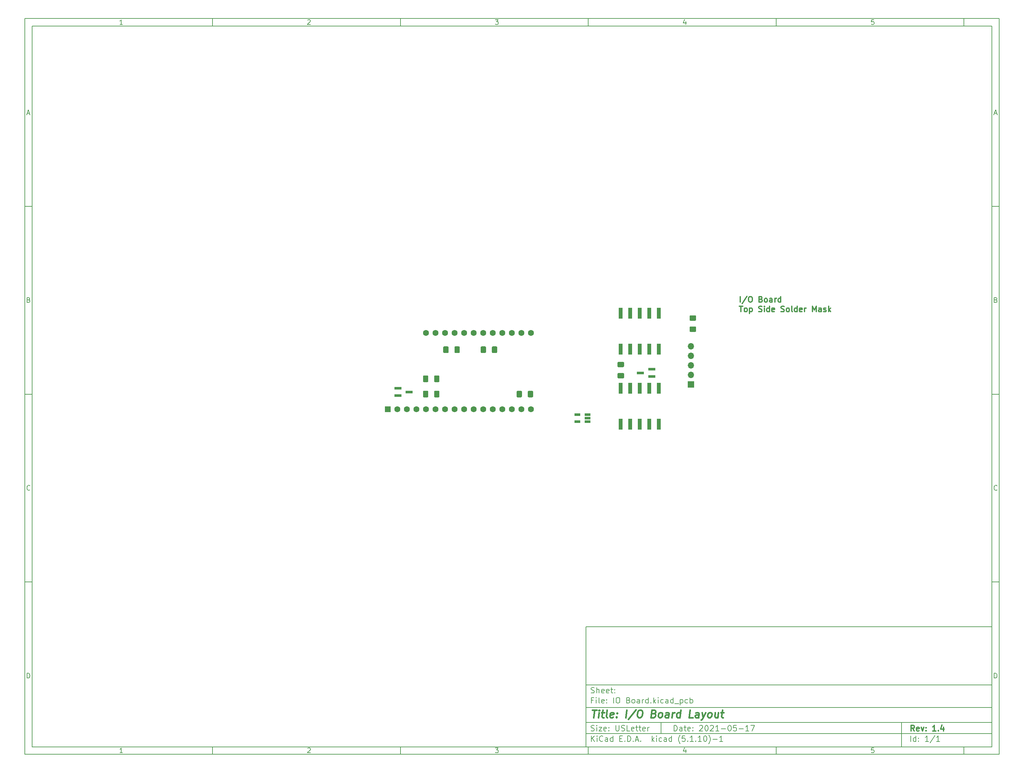
<source format=gbr>
G04 #@! TF.GenerationSoftware,KiCad,Pcbnew,(5.1.10)-1*
G04 #@! TF.CreationDate,2021-05-21T10:06:19-04:00*
G04 #@! TF.ProjectId,IO Board,494f2042-6f61-4726-942e-6b696361645f,1.4*
G04 #@! TF.SameCoordinates,Original*
G04 #@! TF.FileFunction,Soldermask,Top*
G04 #@! TF.FilePolarity,Negative*
%FSLAX46Y46*%
G04 Gerber Fmt 4.6, Leading zero omitted, Abs format (unit mm)*
G04 Created by KiCad (PCBNEW (5.1.10)-1) date 2021-05-21 10:06:19*
%MOMM*%
%LPD*%
G01*
G04 APERTURE LIST*
%ADD10C,0.100000*%
%ADD11C,0.150000*%
%ADD12C,0.300000*%
%ADD13C,0.400000*%
%ADD14C,1.600000*%
%ADD15R,1.600000X1.600000*%
%ADD16R,1.900000X0.800000*%
%ADD17R,1.700000X1.700000*%
%ADD18O,1.700000X1.700000*%
%ADD19R,1.000000X3.000000*%
%ADD20R,1.560000X0.650000*%
G04 APERTURE END LIST*
D10*
D11*
X159400000Y-171900000D02*
X159400000Y-203900000D01*
X267400000Y-203900000D01*
X267400000Y-171900000D01*
X159400000Y-171900000D01*
D10*
D11*
X10000000Y-10000000D02*
X10000000Y-205900000D01*
X269400000Y-205900000D01*
X269400000Y-10000000D01*
X10000000Y-10000000D01*
D10*
D11*
X12000000Y-12000000D02*
X12000000Y-203900000D01*
X267400000Y-203900000D01*
X267400000Y-12000000D01*
X12000000Y-12000000D01*
D10*
D11*
X60000000Y-12000000D02*
X60000000Y-10000000D01*
D10*
D11*
X110000000Y-12000000D02*
X110000000Y-10000000D01*
D10*
D11*
X160000000Y-12000000D02*
X160000000Y-10000000D01*
D10*
D11*
X210000000Y-12000000D02*
X210000000Y-10000000D01*
D10*
D11*
X260000000Y-12000000D02*
X260000000Y-10000000D01*
D10*
D11*
X36065476Y-11588095D02*
X35322619Y-11588095D01*
X35694047Y-11588095D02*
X35694047Y-10288095D01*
X35570238Y-10473809D01*
X35446428Y-10597619D01*
X35322619Y-10659523D01*
D10*
D11*
X85322619Y-10411904D02*
X85384523Y-10350000D01*
X85508333Y-10288095D01*
X85817857Y-10288095D01*
X85941666Y-10350000D01*
X86003571Y-10411904D01*
X86065476Y-10535714D01*
X86065476Y-10659523D01*
X86003571Y-10845238D01*
X85260714Y-11588095D01*
X86065476Y-11588095D01*
D10*
D11*
X135260714Y-10288095D02*
X136065476Y-10288095D01*
X135632142Y-10783333D01*
X135817857Y-10783333D01*
X135941666Y-10845238D01*
X136003571Y-10907142D01*
X136065476Y-11030952D01*
X136065476Y-11340476D01*
X136003571Y-11464285D01*
X135941666Y-11526190D01*
X135817857Y-11588095D01*
X135446428Y-11588095D01*
X135322619Y-11526190D01*
X135260714Y-11464285D01*
D10*
D11*
X185941666Y-10721428D02*
X185941666Y-11588095D01*
X185632142Y-10226190D02*
X185322619Y-11154761D01*
X186127380Y-11154761D01*
D10*
D11*
X236003571Y-10288095D02*
X235384523Y-10288095D01*
X235322619Y-10907142D01*
X235384523Y-10845238D01*
X235508333Y-10783333D01*
X235817857Y-10783333D01*
X235941666Y-10845238D01*
X236003571Y-10907142D01*
X236065476Y-11030952D01*
X236065476Y-11340476D01*
X236003571Y-11464285D01*
X235941666Y-11526190D01*
X235817857Y-11588095D01*
X235508333Y-11588095D01*
X235384523Y-11526190D01*
X235322619Y-11464285D01*
D10*
D11*
X60000000Y-203900000D02*
X60000000Y-205900000D01*
D10*
D11*
X110000000Y-203900000D02*
X110000000Y-205900000D01*
D10*
D11*
X160000000Y-203900000D02*
X160000000Y-205900000D01*
D10*
D11*
X210000000Y-203900000D02*
X210000000Y-205900000D01*
D10*
D11*
X260000000Y-203900000D02*
X260000000Y-205900000D01*
D10*
D11*
X36065476Y-205488095D02*
X35322619Y-205488095D01*
X35694047Y-205488095D02*
X35694047Y-204188095D01*
X35570238Y-204373809D01*
X35446428Y-204497619D01*
X35322619Y-204559523D01*
D10*
D11*
X85322619Y-204311904D02*
X85384523Y-204250000D01*
X85508333Y-204188095D01*
X85817857Y-204188095D01*
X85941666Y-204250000D01*
X86003571Y-204311904D01*
X86065476Y-204435714D01*
X86065476Y-204559523D01*
X86003571Y-204745238D01*
X85260714Y-205488095D01*
X86065476Y-205488095D01*
D10*
D11*
X135260714Y-204188095D02*
X136065476Y-204188095D01*
X135632142Y-204683333D01*
X135817857Y-204683333D01*
X135941666Y-204745238D01*
X136003571Y-204807142D01*
X136065476Y-204930952D01*
X136065476Y-205240476D01*
X136003571Y-205364285D01*
X135941666Y-205426190D01*
X135817857Y-205488095D01*
X135446428Y-205488095D01*
X135322619Y-205426190D01*
X135260714Y-205364285D01*
D10*
D11*
X185941666Y-204621428D02*
X185941666Y-205488095D01*
X185632142Y-204126190D02*
X185322619Y-205054761D01*
X186127380Y-205054761D01*
D10*
D11*
X236003571Y-204188095D02*
X235384523Y-204188095D01*
X235322619Y-204807142D01*
X235384523Y-204745238D01*
X235508333Y-204683333D01*
X235817857Y-204683333D01*
X235941666Y-204745238D01*
X236003571Y-204807142D01*
X236065476Y-204930952D01*
X236065476Y-205240476D01*
X236003571Y-205364285D01*
X235941666Y-205426190D01*
X235817857Y-205488095D01*
X235508333Y-205488095D01*
X235384523Y-205426190D01*
X235322619Y-205364285D01*
D10*
D11*
X10000000Y-60000000D02*
X12000000Y-60000000D01*
D10*
D11*
X10000000Y-110000000D02*
X12000000Y-110000000D01*
D10*
D11*
X10000000Y-160000000D02*
X12000000Y-160000000D01*
D10*
D11*
X10690476Y-35216666D02*
X11309523Y-35216666D01*
X10566666Y-35588095D02*
X11000000Y-34288095D01*
X11433333Y-35588095D01*
D10*
D11*
X11092857Y-84907142D02*
X11278571Y-84969047D01*
X11340476Y-85030952D01*
X11402380Y-85154761D01*
X11402380Y-85340476D01*
X11340476Y-85464285D01*
X11278571Y-85526190D01*
X11154761Y-85588095D01*
X10659523Y-85588095D01*
X10659523Y-84288095D01*
X11092857Y-84288095D01*
X11216666Y-84350000D01*
X11278571Y-84411904D01*
X11340476Y-84535714D01*
X11340476Y-84659523D01*
X11278571Y-84783333D01*
X11216666Y-84845238D01*
X11092857Y-84907142D01*
X10659523Y-84907142D01*
D10*
D11*
X11402380Y-135464285D02*
X11340476Y-135526190D01*
X11154761Y-135588095D01*
X11030952Y-135588095D01*
X10845238Y-135526190D01*
X10721428Y-135402380D01*
X10659523Y-135278571D01*
X10597619Y-135030952D01*
X10597619Y-134845238D01*
X10659523Y-134597619D01*
X10721428Y-134473809D01*
X10845238Y-134350000D01*
X11030952Y-134288095D01*
X11154761Y-134288095D01*
X11340476Y-134350000D01*
X11402380Y-134411904D01*
D10*
D11*
X10659523Y-185588095D02*
X10659523Y-184288095D01*
X10969047Y-184288095D01*
X11154761Y-184350000D01*
X11278571Y-184473809D01*
X11340476Y-184597619D01*
X11402380Y-184845238D01*
X11402380Y-185030952D01*
X11340476Y-185278571D01*
X11278571Y-185402380D01*
X11154761Y-185526190D01*
X10969047Y-185588095D01*
X10659523Y-185588095D01*
D10*
D11*
X269400000Y-60000000D02*
X267400000Y-60000000D01*
D10*
D11*
X269400000Y-110000000D02*
X267400000Y-110000000D01*
D10*
D11*
X269400000Y-160000000D02*
X267400000Y-160000000D01*
D10*
D11*
X268090476Y-35216666D02*
X268709523Y-35216666D01*
X267966666Y-35588095D02*
X268400000Y-34288095D01*
X268833333Y-35588095D01*
D10*
D11*
X268492857Y-84907142D02*
X268678571Y-84969047D01*
X268740476Y-85030952D01*
X268802380Y-85154761D01*
X268802380Y-85340476D01*
X268740476Y-85464285D01*
X268678571Y-85526190D01*
X268554761Y-85588095D01*
X268059523Y-85588095D01*
X268059523Y-84288095D01*
X268492857Y-84288095D01*
X268616666Y-84350000D01*
X268678571Y-84411904D01*
X268740476Y-84535714D01*
X268740476Y-84659523D01*
X268678571Y-84783333D01*
X268616666Y-84845238D01*
X268492857Y-84907142D01*
X268059523Y-84907142D01*
D10*
D11*
X268802380Y-135464285D02*
X268740476Y-135526190D01*
X268554761Y-135588095D01*
X268430952Y-135588095D01*
X268245238Y-135526190D01*
X268121428Y-135402380D01*
X268059523Y-135278571D01*
X267997619Y-135030952D01*
X267997619Y-134845238D01*
X268059523Y-134597619D01*
X268121428Y-134473809D01*
X268245238Y-134350000D01*
X268430952Y-134288095D01*
X268554761Y-134288095D01*
X268740476Y-134350000D01*
X268802380Y-134411904D01*
D10*
D11*
X268059523Y-185588095D02*
X268059523Y-184288095D01*
X268369047Y-184288095D01*
X268554761Y-184350000D01*
X268678571Y-184473809D01*
X268740476Y-184597619D01*
X268802380Y-184845238D01*
X268802380Y-185030952D01*
X268740476Y-185278571D01*
X268678571Y-185402380D01*
X268554761Y-185526190D01*
X268369047Y-185588095D01*
X268059523Y-185588095D01*
D10*
D11*
X182832142Y-199678571D02*
X182832142Y-198178571D01*
X183189285Y-198178571D01*
X183403571Y-198250000D01*
X183546428Y-198392857D01*
X183617857Y-198535714D01*
X183689285Y-198821428D01*
X183689285Y-199035714D01*
X183617857Y-199321428D01*
X183546428Y-199464285D01*
X183403571Y-199607142D01*
X183189285Y-199678571D01*
X182832142Y-199678571D01*
X184975000Y-199678571D02*
X184975000Y-198892857D01*
X184903571Y-198750000D01*
X184760714Y-198678571D01*
X184475000Y-198678571D01*
X184332142Y-198750000D01*
X184975000Y-199607142D02*
X184832142Y-199678571D01*
X184475000Y-199678571D01*
X184332142Y-199607142D01*
X184260714Y-199464285D01*
X184260714Y-199321428D01*
X184332142Y-199178571D01*
X184475000Y-199107142D01*
X184832142Y-199107142D01*
X184975000Y-199035714D01*
X185475000Y-198678571D02*
X186046428Y-198678571D01*
X185689285Y-198178571D02*
X185689285Y-199464285D01*
X185760714Y-199607142D01*
X185903571Y-199678571D01*
X186046428Y-199678571D01*
X187117857Y-199607142D02*
X186975000Y-199678571D01*
X186689285Y-199678571D01*
X186546428Y-199607142D01*
X186475000Y-199464285D01*
X186475000Y-198892857D01*
X186546428Y-198750000D01*
X186689285Y-198678571D01*
X186975000Y-198678571D01*
X187117857Y-198750000D01*
X187189285Y-198892857D01*
X187189285Y-199035714D01*
X186475000Y-199178571D01*
X187832142Y-199535714D02*
X187903571Y-199607142D01*
X187832142Y-199678571D01*
X187760714Y-199607142D01*
X187832142Y-199535714D01*
X187832142Y-199678571D01*
X187832142Y-198750000D02*
X187903571Y-198821428D01*
X187832142Y-198892857D01*
X187760714Y-198821428D01*
X187832142Y-198750000D01*
X187832142Y-198892857D01*
X189617857Y-198321428D02*
X189689285Y-198250000D01*
X189832142Y-198178571D01*
X190189285Y-198178571D01*
X190332142Y-198250000D01*
X190403571Y-198321428D01*
X190475000Y-198464285D01*
X190475000Y-198607142D01*
X190403571Y-198821428D01*
X189546428Y-199678571D01*
X190475000Y-199678571D01*
X191403571Y-198178571D02*
X191546428Y-198178571D01*
X191689285Y-198250000D01*
X191760714Y-198321428D01*
X191832142Y-198464285D01*
X191903571Y-198750000D01*
X191903571Y-199107142D01*
X191832142Y-199392857D01*
X191760714Y-199535714D01*
X191689285Y-199607142D01*
X191546428Y-199678571D01*
X191403571Y-199678571D01*
X191260714Y-199607142D01*
X191189285Y-199535714D01*
X191117857Y-199392857D01*
X191046428Y-199107142D01*
X191046428Y-198750000D01*
X191117857Y-198464285D01*
X191189285Y-198321428D01*
X191260714Y-198250000D01*
X191403571Y-198178571D01*
X192475000Y-198321428D02*
X192546428Y-198250000D01*
X192689285Y-198178571D01*
X193046428Y-198178571D01*
X193189285Y-198250000D01*
X193260714Y-198321428D01*
X193332142Y-198464285D01*
X193332142Y-198607142D01*
X193260714Y-198821428D01*
X192403571Y-199678571D01*
X193332142Y-199678571D01*
X194760714Y-199678571D02*
X193903571Y-199678571D01*
X194332142Y-199678571D02*
X194332142Y-198178571D01*
X194189285Y-198392857D01*
X194046428Y-198535714D01*
X193903571Y-198607142D01*
X195403571Y-199107142D02*
X196546428Y-199107142D01*
X197546428Y-198178571D02*
X197689285Y-198178571D01*
X197832142Y-198250000D01*
X197903571Y-198321428D01*
X197975000Y-198464285D01*
X198046428Y-198750000D01*
X198046428Y-199107142D01*
X197975000Y-199392857D01*
X197903571Y-199535714D01*
X197832142Y-199607142D01*
X197689285Y-199678571D01*
X197546428Y-199678571D01*
X197403571Y-199607142D01*
X197332142Y-199535714D01*
X197260714Y-199392857D01*
X197189285Y-199107142D01*
X197189285Y-198750000D01*
X197260714Y-198464285D01*
X197332142Y-198321428D01*
X197403571Y-198250000D01*
X197546428Y-198178571D01*
X199403571Y-198178571D02*
X198689285Y-198178571D01*
X198617857Y-198892857D01*
X198689285Y-198821428D01*
X198832142Y-198750000D01*
X199189285Y-198750000D01*
X199332142Y-198821428D01*
X199403571Y-198892857D01*
X199475000Y-199035714D01*
X199475000Y-199392857D01*
X199403571Y-199535714D01*
X199332142Y-199607142D01*
X199189285Y-199678571D01*
X198832142Y-199678571D01*
X198689285Y-199607142D01*
X198617857Y-199535714D01*
X200117857Y-199107142D02*
X201260714Y-199107142D01*
X202760714Y-199678571D02*
X201903571Y-199678571D01*
X202332142Y-199678571D02*
X202332142Y-198178571D01*
X202189285Y-198392857D01*
X202046428Y-198535714D01*
X201903571Y-198607142D01*
X203260714Y-198178571D02*
X204260714Y-198178571D01*
X203617857Y-199678571D01*
D10*
D11*
X159400000Y-200400000D02*
X267400000Y-200400000D01*
D10*
D11*
X160832142Y-202478571D02*
X160832142Y-200978571D01*
X161689285Y-202478571D02*
X161046428Y-201621428D01*
X161689285Y-200978571D02*
X160832142Y-201835714D01*
X162332142Y-202478571D02*
X162332142Y-201478571D01*
X162332142Y-200978571D02*
X162260714Y-201050000D01*
X162332142Y-201121428D01*
X162403571Y-201050000D01*
X162332142Y-200978571D01*
X162332142Y-201121428D01*
X163903571Y-202335714D02*
X163832142Y-202407142D01*
X163617857Y-202478571D01*
X163475000Y-202478571D01*
X163260714Y-202407142D01*
X163117857Y-202264285D01*
X163046428Y-202121428D01*
X162975000Y-201835714D01*
X162975000Y-201621428D01*
X163046428Y-201335714D01*
X163117857Y-201192857D01*
X163260714Y-201050000D01*
X163475000Y-200978571D01*
X163617857Y-200978571D01*
X163832142Y-201050000D01*
X163903571Y-201121428D01*
X165189285Y-202478571D02*
X165189285Y-201692857D01*
X165117857Y-201550000D01*
X164975000Y-201478571D01*
X164689285Y-201478571D01*
X164546428Y-201550000D01*
X165189285Y-202407142D02*
X165046428Y-202478571D01*
X164689285Y-202478571D01*
X164546428Y-202407142D01*
X164475000Y-202264285D01*
X164475000Y-202121428D01*
X164546428Y-201978571D01*
X164689285Y-201907142D01*
X165046428Y-201907142D01*
X165189285Y-201835714D01*
X166546428Y-202478571D02*
X166546428Y-200978571D01*
X166546428Y-202407142D02*
X166403571Y-202478571D01*
X166117857Y-202478571D01*
X165975000Y-202407142D01*
X165903571Y-202335714D01*
X165832142Y-202192857D01*
X165832142Y-201764285D01*
X165903571Y-201621428D01*
X165975000Y-201550000D01*
X166117857Y-201478571D01*
X166403571Y-201478571D01*
X166546428Y-201550000D01*
X168403571Y-201692857D02*
X168903571Y-201692857D01*
X169117857Y-202478571D02*
X168403571Y-202478571D01*
X168403571Y-200978571D01*
X169117857Y-200978571D01*
X169760714Y-202335714D02*
X169832142Y-202407142D01*
X169760714Y-202478571D01*
X169689285Y-202407142D01*
X169760714Y-202335714D01*
X169760714Y-202478571D01*
X170475000Y-202478571D02*
X170475000Y-200978571D01*
X170832142Y-200978571D01*
X171046428Y-201050000D01*
X171189285Y-201192857D01*
X171260714Y-201335714D01*
X171332142Y-201621428D01*
X171332142Y-201835714D01*
X171260714Y-202121428D01*
X171189285Y-202264285D01*
X171046428Y-202407142D01*
X170832142Y-202478571D01*
X170475000Y-202478571D01*
X171975000Y-202335714D02*
X172046428Y-202407142D01*
X171975000Y-202478571D01*
X171903571Y-202407142D01*
X171975000Y-202335714D01*
X171975000Y-202478571D01*
X172617857Y-202050000D02*
X173332142Y-202050000D01*
X172475000Y-202478571D02*
X172975000Y-200978571D01*
X173475000Y-202478571D01*
X173975000Y-202335714D02*
X174046428Y-202407142D01*
X173975000Y-202478571D01*
X173903571Y-202407142D01*
X173975000Y-202335714D01*
X173975000Y-202478571D01*
X176975000Y-202478571D02*
X176975000Y-200978571D01*
X177117857Y-201907142D02*
X177546428Y-202478571D01*
X177546428Y-201478571D02*
X176975000Y-202050000D01*
X178189285Y-202478571D02*
X178189285Y-201478571D01*
X178189285Y-200978571D02*
X178117857Y-201050000D01*
X178189285Y-201121428D01*
X178260714Y-201050000D01*
X178189285Y-200978571D01*
X178189285Y-201121428D01*
X179546428Y-202407142D02*
X179403571Y-202478571D01*
X179117857Y-202478571D01*
X178975000Y-202407142D01*
X178903571Y-202335714D01*
X178832142Y-202192857D01*
X178832142Y-201764285D01*
X178903571Y-201621428D01*
X178975000Y-201550000D01*
X179117857Y-201478571D01*
X179403571Y-201478571D01*
X179546428Y-201550000D01*
X180832142Y-202478571D02*
X180832142Y-201692857D01*
X180760714Y-201550000D01*
X180617857Y-201478571D01*
X180332142Y-201478571D01*
X180189285Y-201550000D01*
X180832142Y-202407142D02*
X180689285Y-202478571D01*
X180332142Y-202478571D01*
X180189285Y-202407142D01*
X180117857Y-202264285D01*
X180117857Y-202121428D01*
X180189285Y-201978571D01*
X180332142Y-201907142D01*
X180689285Y-201907142D01*
X180832142Y-201835714D01*
X182189285Y-202478571D02*
X182189285Y-200978571D01*
X182189285Y-202407142D02*
X182046428Y-202478571D01*
X181760714Y-202478571D01*
X181617857Y-202407142D01*
X181546428Y-202335714D01*
X181475000Y-202192857D01*
X181475000Y-201764285D01*
X181546428Y-201621428D01*
X181617857Y-201550000D01*
X181760714Y-201478571D01*
X182046428Y-201478571D01*
X182189285Y-201550000D01*
X184475000Y-203050000D02*
X184403571Y-202978571D01*
X184260714Y-202764285D01*
X184189285Y-202621428D01*
X184117857Y-202407142D01*
X184046428Y-202050000D01*
X184046428Y-201764285D01*
X184117857Y-201407142D01*
X184189285Y-201192857D01*
X184260714Y-201050000D01*
X184403571Y-200835714D01*
X184475000Y-200764285D01*
X185760714Y-200978571D02*
X185046428Y-200978571D01*
X184975000Y-201692857D01*
X185046428Y-201621428D01*
X185189285Y-201550000D01*
X185546428Y-201550000D01*
X185689285Y-201621428D01*
X185760714Y-201692857D01*
X185832142Y-201835714D01*
X185832142Y-202192857D01*
X185760714Y-202335714D01*
X185689285Y-202407142D01*
X185546428Y-202478571D01*
X185189285Y-202478571D01*
X185046428Y-202407142D01*
X184975000Y-202335714D01*
X186475000Y-202335714D02*
X186546428Y-202407142D01*
X186475000Y-202478571D01*
X186403571Y-202407142D01*
X186475000Y-202335714D01*
X186475000Y-202478571D01*
X187975000Y-202478571D02*
X187117857Y-202478571D01*
X187546428Y-202478571D02*
X187546428Y-200978571D01*
X187403571Y-201192857D01*
X187260714Y-201335714D01*
X187117857Y-201407142D01*
X188617857Y-202335714D02*
X188689285Y-202407142D01*
X188617857Y-202478571D01*
X188546428Y-202407142D01*
X188617857Y-202335714D01*
X188617857Y-202478571D01*
X190117857Y-202478571D02*
X189260714Y-202478571D01*
X189689285Y-202478571D02*
X189689285Y-200978571D01*
X189546428Y-201192857D01*
X189403571Y-201335714D01*
X189260714Y-201407142D01*
X191046428Y-200978571D02*
X191189285Y-200978571D01*
X191332142Y-201050000D01*
X191403571Y-201121428D01*
X191475000Y-201264285D01*
X191546428Y-201550000D01*
X191546428Y-201907142D01*
X191475000Y-202192857D01*
X191403571Y-202335714D01*
X191332142Y-202407142D01*
X191189285Y-202478571D01*
X191046428Y-202478571D01*
X190903571Y-202407142D01*
X190832142Y-202335714D01*
X190760714Y-202192857D01*
X190689285Y-201907142D01*
X190689285Y-201550000D01*
X190760714Y-201264285D01*
X190832142Y-201121428D01*
X190903571Y-201050000D01*
X191046428Y-200978571D01*
X192046428Y-203050000D02*
X192117857Y-202978571D01*
X192260714Y-202764285D01*
X192332142Y-202621428D01*
X192403571Y-202407142D01*
X192475000Y-202050000D01*
X192475000Y-201764285D01*
X192403571Y-201407142D01*
X192332142Y-201192857D01*
X192260714Y-201050000D01*
X192117857Y-200835714D01*
X192046428Y-200764285D01*
X193189285Y-201907142D02*
X194332142Y-201907142D01*
X195832142Y-202478571D02*
X194975000Y-202478571D01*
X195403571Y-202478571D02*
X195403571Y-200978571D01*
X195260714Y-201192857D01*
X195117857Y-201335714D01*
X194975000Y-201407142D01*
D10*
D11*
X159400000Y-197400000D02*
X267400000Y-197400000D01*
D10*
D12*
X246809285Y-199678571D02*
X246309285Y-198964285D01*
X245952142Y-199678571D02*
X245952142Y-198178571D01*
X246523571Y-198178571D01*
X246666428Y-198250000D01*
X246737857Y-198321428D01*
X246809285Y-198464285D01*
X246809285Y-198678571D01*
X246737857Y-198821428D01*
X246666428Y-198892857D01*
X246523571Y-198964285D01*
X245952142Y-198964285D01*
X248023571Y-199607142D02*
X247880714Y-199678571D01*
X247595000Y-199678571D01*
X247452142Y-199607142D01*
X247380714Y-199464285D01*
X247380714Y-198892857D01*
X247452142Y-198750000D01*
X247595000Y-198678571D01*
X247880714Y-198678571D01*
X248023571Y-198750000D01*
X248095000Y-198892857D01*
X248095000Y-199035714D01*
X247380714Y-199178571D01*
X248595000Y-198678571D02*
X248952142Y-199678571D01*
X249309285Y-198678571D01*
X249880714Y-199535714D02*
X249952142Y-199607142D01*
X249880714Y-199678571D01*
X249809285Y-199607142D01*
X249880714Y-199535714D01*
X249880714Y-199678571D01*
X249880714Y-198750000D02*
X249952142Y-198821428D01*
X249880714Y-198892857D01*
X249809285Y-198821428D01*
X249880714Y-198750000D01*
X249880714Y-198892857D01*
X252523571Y-199678571D02*
X251666428Y-199678571D01*
X252095000Y-199678571D02*
X252095000Y-198178571D01*
X251952142Y-198392857D01*
X251809285Y-198535714D01*
X251666428Y-198607142D01*
X253166428Y-199535714D02*
X253237857Y-199607142D01*
X253166428Y-199678571D01*
X253095000Y-199607142D01*
X253166428Y-199535714D01*
X253166428Y-199678571D01*
X254523571Y-198678571D02*
X254523571Y-199678571D01*
X254166428Y-198107142D02*
X253809285Y-199178571D01*
X254737857Y-199178571D01*
D10*
D11*
X160760714Y-199607142D02*
X160975000Y-199678571D01*
X161332142Y-199678571D01*
X161475000Y-199607142D01*
X161546428Y-199535714D01*
X161617857Y-199392857D01*
X161617857Y-199250000D01*
X161546428Y-199107142D01*
X161475000Y-199035714D01*
X161332142Y-198964285D01*
X161046428Y-198892857D01*
X160903571Y-198821428D01*
X160832142Y-198750000D01*
X160760714Y-198607142D01*
X160760714Y-198464285D01*
X160832142Y-198321428D01*
X160903571Y-198250000D01*
X161046428Y-198178571D01*
X161403571Y-198178571D01*
X161617857Y-198250000D01*
X162260714Y-199678571D02*
X162260714Y-198678571D01*
X162260714Y-198178571D02*
X162189285Y-198250000D01*
X162260714Y-198321428D01*
X162332142Y-198250000D01*
X162260714Y-198178571D01*
X162260714Y-198321428D01*
X162832142Y-198678571D02*
X163617857Y-198678571D01*
X162832142Y-199678571D01*
X163617857Y-199678571D01*
X164760714Y-199607142D02*
X164617857Y-199678571D01*
X164332142Y-199678571D01*
X164189285Y-199607142D01*
X164117857Y-199464285D01*
X164117857Y-198892857D01*
X164189285Y-198750000D01*
X164332142Y-198678571D01*
X164617857Y-198678571D01*
X164760714Y-198750000D01*
X164832142Y-198892857D01*
X164832142Y-199035714D01*
X164117857Y-199178571D01*
X165475000Y-199535714D02*
X165546428Y-199607142D01*
X165475000Y-199678571D01*
X165403571Y-199607142D01*
X165475000Y-199535714D01*
X165475000Y-199678571D01*
X165475000Y-198750000D02*
X165546428Y-198821428D01*
X165475000Y-198892857D01*
X165403571Y-198821428D01*
X165475000Y-198750000D01*
X165475000Y-198892857D01*
X167332142Y-198178571D02*
X167332142Y-199392857D01*
X167403571Y-199535714D01*
X167475000Y-199607142D01*
X167617857Y-199678571D01*
X167903571Y-199678571D01*
X168046428Y-199607142D01*
X168117857Y-199535714D01*
X168189285Y-199392857D01*
X168189285Y-198178571D01*
X168832142Y-199607142D02*
X169046428Y-199678571D01*
X169403571Y-199678571D01*
X169546428Y-199607142D01*
X169617857Y-199535714D01*
X169689285Y-199392857D01*
X169689285Y-199250000D01*
X169617857Y-199107142D01*
X169546428Y-199035714D01*
X169403571Y-198964285D01*
X169117857Y-198892857D01*
X168975000Y-198821428D01*
X168903571Y-198750000D01*
X168832142Y-198607142D01*
X168832142Y-198464285D01*
X168903571Y-198321428D01*
X168975000Y-198250000D01*
X169117857Y-198178571D01*
X169475000Y-198178571D01*
X169689285Y-198250000D01*
X171046428Y-199678571D02*
X170332142Y-199678571D01*
X170332142Y-198178571D01*
X172117857Y-199607142D02*
X171975000Y-199678571D01*
X171689285Y-199678571D01*
X171546428Y-199607142D01*
X171475000Y-199464285D01*
X171475000Y-198892857D01*
X171546428Y-198750000D01*
X171689285Y-198678571D01*
X171975000Y-198678571D01*
X172117857Y-198750000D01*
X172189285Y-198892857D01*
X172189285Y-199035714D01*
X171475000Y-199178571D01*
X172617857Y-198678571D02*
X173189285Y-198678571D01*
X172832142Y-198178571D02*
X172832142Y-199464285D01*
X172903571Y-199607142D01*
X173046428Y-199678571D01*
X173189285Y-199678571D01*
X173475000Y-198678571D02*
X174046428Y-198678571D01*
X173689285Y-198178571D02*
X173689285Y-199464285D01*
X173760714Y-199607142D01*
X173903571Y-199678571D01*
X174046428Y-199678571D01*
X175117857Y-199607142D02*
X174975000Y-199678571D01*
X174689285Y-199678571D01*
X174546428Y-199607142D01*
X174475000Y-199464285D01*
X174475000Y-198892857D01*
X174546428Y-198750000D01*
X174689285Y-198678571D01*
X174975000Y-198678571D01*
X175117857Y-198750000D01*
X175189285Y-198892857D01*
X175189285Y-199035714D01*
X174475000Y-199178571D01*
X175832142Y-199678571D02*
X175832142Y-198678571D01*
X175832142Y-198964285D02*
X175903571Y-198821428D01*
X175975000Y-198750000D01*
X176117857Y-198678571D01*
X176260714Y-198678571D01*
D10*
D11*
X245832142Y-202478571D02*
X245832142Y-200978571D01*
X247189285Y-202478571D02*
X247189285Y-200978571D01*
X247189285Y-202407142D02*
X247046428Y-202478571D01*
X246760714Y-202478571D01*
X246617857Y-202407142D01*
X246546428Y-202335714D01*
X246475000Y-202192857D01*
X246475000Y-201764285D01*
X246546428Y-201621428D01*
X246617857Y-201550000D01*
X246760714Y-201478571D01*
X247046428Y-201478571D01*
X247189285Y-201550000D01*
X247903571Y-202335714D02*
X247975000Y-202407142D01*
X247903571Y-202478571D01*
X247832142Y-202407142D01*
X247903571Y-202335714D01*
X247903571Y-202478571D01*
X247903571Y-201550000D02*
X247975000Y-201621428D01*
X247903571Y-201692857D01*
X247832142Y-201621428D01*
X247903571Y-201550000D01*
X247903571Y-201692857D01*
X250546428Y-202478571D02*
X249689285Y-202478571D01*
X250117857Y-202478571D02*
X250117857Y-200978571D01*
X249975000Y-201192857D01*
X249832142Y-201335714D01*
X249689285Y-201407142D01*
X252260714Y-200907142D02*
X250975000Y-202835714D01*
X253546428Y-202478571D02*
X252689285Y-202478571D01*
X253117857Y-202478571D02*
X253117857Y-200978571D01*
X252975000Y-201192857D01*
X252832142Y-201335714D01*
X252689285Y-201407142D01*
D10*
D11*
X159400000Y-193400000D02*
X267400000Y-193400000D01*
D10*
D13*
X161112380Y-194104761D02*
X162255238Y-194104761D01*
X161433809Y-196104761D02*
X161683809Y-194104761D01*
X162671904Y-196104761D02*
X162838571Y-194771428D01*
X162921904Y-194104761D02*
X162814761Y-194200000D01*
X162898095Y-194295238D01*
X163005238Y-194200000D01*
X162921904Y-194104761D01*
X162898095Y-194295238D01*
X163505238Y-194771428D02*
X164267142Y-194771428D01*
X163874285Y-194104761D02*
X163660000Y-195819047D01*
X163731428Y-196009523D01*
X163910000Y-196104761D01*
X164100476Y-196104761D01*
X165052857Y-196104761D02*
X164874285Y-196009523D01*
X164802857Y-195819047D01*
X165017142Y-194104761D01*
X166588571Y-196009523D02*
X166386190Y-196104761D01*
X166005238Y-196104761D01*
X165826666Y-196009523D01*
X165755238Y-195819047D01*
X165850476Y-195057142D01*
X165969523Y-194866666D01*
X166171904Y-194771428D01*
X166552857Y-194771428D01*
X166731428Y-194866666D01*
X166802857Y-195057142D01*
X166779047Y-195247619D01*
X165802857Y-195438095D01*
X167552857Y-195914285D02*
X167636190Y-196009523D01*
X167529047Y-196104761D01*
X167445714Y-196009523D01*
X167552857Y-195914285D01*
X167529047Y-196104761D01*
X167683809Y-194866666D02*
X167767142Y-194961904D01*
X167660000Y-195057142D01*
X167576666Y-194961904D01*
X167683809Y-194866666D01*
X167660000Y-195057142D01*
X170005238Y-196104761D02*
X170255238Y-194104761D01*
X172648095Y-194009523D02*
X170612380Y-196580952D01*
X173683809Y-194104761D02*
X174064761Y-194104761D01*
X174243333Y-194200000D01*
X174410000Y-194390476D01*
X174457619Y-194771428D01*
X174374285Y-195438095D01*
X174231428Y-195819047D01*
X174017142Y-196009523D01*
X173814761Y-196104761D01*
X173433809Y-196104761D01*
X173255238Y-196009523D01*
X173088571Y-195819047D01*
X173040952Y-195438095D01*
X173124285Y-194771428D01*
X173267142Y-194390476D01*
X173481428Y-194200000D01*
X173683809Y-194104761D01*
X177469523Y-195057142D02*
X177743333Y-195152380D01*
X177826666Y-195247619D01*
X177898095Y-195438095D01*
X177862380Y-195723809D01*
X177743333Y-195914285D01*
X177636190Y-196009523D01*
X177433809Y-196104761D01*
X176671904Y-196104761D01*
X176921904Y-194104761D01*
X177588571Y-194104761D01*
X177767142Y-194200000D01*
X177850476Y-194295238D01*
X177921904Y-194485714D01*
X177898095Y-194676190D01*
X177779047Y-194866666D01*
X177671904Y-194961904D01*
X177469523Y-195057142D01*
X176802857Y-195057142D01*
X178957619Y-196104761D02*
X178779047Y-196009523D01*
X178695714Y-195914285D01*
X178624285Y-195723809D01*
X178695714Y-195152380D01*
X178814761Y-194961904D01*
X178921904Y-194866666D01*
X179124285Y-194771428D01*
X179410000Y-194771428D01*
X179588571Y-194866666D01*
X179671904Y-194961904D01*
X179743333Y-195152380D01*
X179671904Y-195723809D01*
X179552857Y-195914285D01*
X179445714Y-196009523D01*
X179243333Y-196104761D01*
X178957619Y-196104761D01*
X181338571Y-196104761D02*
X181469523Y-195057142D01*
X181398095Y-194866666D01*
X181219523Y-194771428D01*
X180838571Y-194771428D01*
X180636190Y-194866666D01*
X181350476Y-196009523D02*
X181148095Y-196104761D01*
X180671904Y-196104761D01*
X180493333Y-196009523D01*
X180421904Y-195819047D01*
X180445714Y-195628571D01*
X180564761Y-195438095D01*
X180767142Y-195342857D01*
X181243333Y-195342857D01*
X181445714Y-195247619D01*
X182290952Y-196104761D02*
X182457619Y-194771428D01*
X182410000Y-195152380D02*
X182529047Y-194961904D01*
X182636190Y-194866666D01*
X182838571Y-194771428D01*
X183029047Y-194771428D01*
X184386190Y-196104761D02*
X184636190Y-194104761D01*
X184398095Y-196009523D02*
X184195714Y-196104761D01*
X183814761Y-196104761D01*
X183636190Y-196009523D01*
X183552857Y-195914285D01*
X183481428Y-195723809D01*
X183552857Y-195152380D01*
X183671904Y-194961904D01*
X183779047Y-194866666D01*
X183981428Y-194771428D01*
X184362380Y-194771428D01*
X184540952Y-194866666D01*
X187814761Y-196104761D02*
X186862380Y-196104761D01*
X187112380Y-194104761D01*
X189338571Y-196104761D02*
X189469523Y-195057142D01*
X189398095Y-194866666D01*
X189219523Y-194771428D01*
X188838571Y-194771428D01*
X188636190Y-194866666D01*
X189350476Y-196009523D02*
X189148095Y-196104761D01*
X188671904Y-196104761D01*
X188493333Y-196009523D01*
X188421904Y-195819047D01*
X188445714Y-195628571D01*
X188564761Y-195438095D01*
X188767142Y-195342857D01*
X189243333Y-195342857D01*
X189445714Y-195247619D01*
X190267142Y-194771428D02*
X190576666Y-196104761D01*
X191219523Y-194771428D02*
X190576666Y-196104761D01*
X190326666Y-196580952D01*
X190219523Y-196676190D01*
X190017142Y-196771428D01*
X192100476Y-196104761D02*
X191921904Y-196009523D01*
X191838571Y-195914285D01*
X191767142Y-195723809D01*
X191838571Y-195152380D01*
X191957619Y-194961904D01*
X192064761Y-194866666D01*
X192267142Y-194771428D01*
X192552857Y-194771428D01*
X192731428Y-194866666D01*
X192814761Y-194961904D01*
X192886190Y-195152380D01*
X192814761Y-195723809D01*
X192695714Y-195914285D01*
X192588571Y-196009523D01*
X192386190Y-196104761D01*
X192100476Y-196104761D01*
X194648095Y-194771428D02*
X194481428Y-196104761D01*
X193790952Y-194771428D02*
X193660000Y-195819047D01*
X193731428Y-196009523D01*
X193910000Y-196104761D01*
X194195714Y-196104761D01*
X194398095Y-196009523D01*
X194505238Y-195914285D01*
X195314761Y-194771428D02*
X196076666Y-194771428D01*
X195683809Y-194104761D02*
X195469523Y-195819047D01*
X195540952Y-196009523D01*
X195719523Y-196104761D01*
X195910000Y-196104761D01*
D10*
D11*
X161332142Y-191492857D02*
X160832142Y-191492857D01*
X160832142Y-192278571D02*
X160832142Y-190778571D01*
X161546428Y-190778571D01*
X162117857Y-192278571D02*
X162117857Y-191278571D01*
X162117857Y-190778571D02*
X162046428Y-190850000D01*
X162117857Y-190921428D01*
X162189285Y-190850000D01*
X162117857Y-190778571D01*
X162117857Y-190921428D01*
X163046428Y-192278571D02*
X162903571Y-192207142D01*
X162832142Y-192064285D01*
X162832142Y-190778571D01*
X164189285Y-192207142D02*
X164046428Y-192278571D01*
X163760714Y-192278571D01*
X163617857Y-192207142D01*
X163546428Y-192064285D01*
X163546428Y-191492857D01*
X163617857Y-191350000D01*
X163760714Y-191278571D01*
X164046428Y-191278571D01*
X164189285Y-191350000D01*
X164260714Y-191492857D01*
X164260714Y-191635714D01*
X163546428Y-191778571D01*
X164903571Y-192135714D02*
X164975000Y-192207142D01*
X164903571Y-192278571D01*
X164832142Y-192207142D01*
X164903571Y-192135714D01*
X164903571Y-192278571D01*
X164903571Y-191350000D02*
X164975000Y-191421428D01*
X164903571Y-191492857D01*
X164832142Y-191421428D01*
X164903571Y-191350000D01*
X164903571Y-191492857D01*
X166760714Y-192278571D02*
X166760714Y-190778571D01*
X167760714Y-190778571D02*
X168046428Y-190778571D01*
X168189285Y-190850000D01*
X168332142Y-190992857D01*
X168403571Y-191278571D01*
X168403571Y-191778571D01*
X168332142Y-192064285D01*
X168189285Y-192207142D01*
X168046428Y-192278571D01*
X167760714Y-192278571D01*
X167617857Y-192207142D01*
X167475000Y-192064285D01*
X167403571Y-191778571D01*
X167403571Y-191278571D01*
X167475000Y-190992857D01*
X167617857Y-190850000D01*
X167760714Y-190778571D01*
X170689285Y-191492857D02*
X170903571Y-191564285D01*
X170975000Y-191635714D01*
X171046428Y-191778571D01*
X171046428Y-191992857D01*
X170975000Y-192135714D01*
X170903571Y-192207142D01*
X170760714Y-192278571D01*
X170189285Y-192278571D01*
X170189285Y-190778571D01*
X170689285Y-190778571D01*
X170832142Y-190850000D01*
X170903571Y-190921428D01*
X170975000Y-191064285D01*
X170975000Y-191207142D01*
X170903571Y-191350000D01*
X170832142Y-191421428D01*
X170689285Y-191492857D01*
X170189285Y-191492857D01*
X171903571Y-192278571D02*
X171760714Y-192207142D01*
X171689285Y-192135714D01*
X171617857Y-191992857D01*
X171617857Y-191564285D01*
X171689285Y-191421428D01*
X171760714Y-191350000D01*
X171903571Y-191278571D01*
X172117857Y-191278571D01*
X172260714Y-191350000D01*
X172332142Y-191421428D01*
X172403571Y-191564285D01*
X172403571Y-191992857D01*
X172332142Y-192135714D01*
X172260714Y-192207142D01*
X172117857Y-192278571D01*
X171903571Y-192278571D01*
X173689285Y-192278571D02*
X173689285Y-191492857D01*
X173617857Y-191350000D01*
X173475000Y-191278571D01*
X173189285Y-191278571D01*
X173046428Y-191350000D01*
X173689285Y-192207142D02*
X173546428Y-192278571D01*
X173189285Y-192278571D01*
X173046428Y-192207142D01*
X172975000Y-192064285D01*
X172975000Y-191921428D01*
X173046428Y-191778571D01*
X173189285Y-191707142D01*
X173546428Y-191707142D01*
X173689285Y-191635714D01*
X174403571Y-192278571D02*
X174403571Y-191278571D01*
X174403571Y-191564285D02*
X174475000Y-191421428D01*
X174546428Y-191350000D01*
X174689285Y-191278571D01*
X174832142Y-191278571D01*
X175975000Y-192278571D02*
X175975000Y-190778571D01*
X175975000Y-192207142D02*
X175832142Y-192278571D01*
X175546428Y-192278571D01*
X175403571Y-192207142D01*
X175332142Y-192135714D01*
X175260714Y-191992857D01*
X175260714Y-191564285D01*
X175332142Y-191421428D01*
X175403571Y-191350000D01*
X175546428Y-191278571D01*
X175832142Y-191278571D01*
X175975000Y-191350000D01*
X176689285Y-192135714D02*
X176760714Y-192207142D01*
X176689285Y-192278571D01*
X176617857Y-192207142D01*
X176689285Y-192135714D01*
X176689285Y-192278571D01*
X177403571Y-192278571D02*
X177403571Y-190778571D01*
X177546428Y-191707142D02*
X177975000Y-192278571D01*
X177975000Y-191278571D02*
X177403571Y-191850000D01*
X178617857Y-192278571D02*
X178617857Y-191278571D01*
X178617857Y-190778571D02*
X178546428Y-190850000D01*
X178617857Y-190921428D01*
X178689285Y-190850000D01*
X178617857Y-190778571D01*
X178617857Y-190921428D01*
X179975000Y-192207142D02*
X179832142Y-192278571D01*
X179546428Y-192278571D01*
X179403571Y-192207142D01*
X179332142Y-192135714D01*
X179260714Y-191992857D01*
X179260714Y-191564285D01*
X179332142Y-191421428D01*
X179403571Y-191350000D01*
X179546428Y-191278571D01*
X179832142Y-191278571D01*
X179975000Y-191350000D01*
X181260714Y-192278571D02*
X181260714Y-191492857D01*
X181189285Y-191350000D01*
X181046428Y-191278571D01*
X180760714Y-191278571D01*
X180617857Y-191350000D01*
X181260714Y-192207142D02*
X181117857Y-192278571D01*
X180760714Y-192278571D01*
X180617857Y-192207142D01*
X180546428Y-192064285D01*
X180546428Y-191921428D01*
X180617857Y-191778571D01*
X180760714Y-191707142D01*
X181117857Y-191707142D01*
X181260714Y-191635714D01*
X182617857Y-192278571D02*
X182617857Y-190778571D01*
X182617857Y-192207142D02*
X182475000Y-192278571D01*
X182189285Y-192278571D01*
X182046428Y-192207142D01*
X181975000Y-192135714D01*
X181903571Y-191992857D01*
X181903571Y-191564285D01*
X181975000Y-191421428D01*
X182046428Y-191350000D01*
X182189285Y-191278571D01*
X182475000Y-191278571D01*
X182617857Y-191350000D01*
X182975000Y-192421428D02*
X184117857Y-192421428D01*
X184475000Y-191278571D02*
X184475000Y-192778571D01*
X184475000Y-191350000D02*
X184617857Y-191278571D01*
X184903571Y-191278571D01*
X185046428Y-191350000D01*
X185117857Y-191421428D01*
X185189285Y-191564285D01*
X185189285Y-191992857D01*
X185117857Y-192135714D01*
X185046428Y-192207142D01*
X184903571Y-192278571D01*
X184617857Y-192278571D01*
X184475000Y-192207142D01*
X186475000Y-192207142D02*
X186332142Y-192278571D01*
X186046428Y-192278571D01*
X185903571Y-192207142D01*
X185832142Y-192135714D01*
X185760714Y-191992857D01*
X185760714Y-191564285D01*
X185832142Y-191421428D01*
X185903571Y-191350000D01*
X186046428Y-191278571D01*
X186332142Y-191278571D01*
X186475000Y-191350000D01*
X187117857Y-192278571D02*
X187117857Y-190778571D01*
X187117857Y-191350000D02*
X187260714Y-191278571D01*
X187546428Y-191278571D01*
X187689285Y-191350000D01*
X187760714Y-191421428D01*
X187832142Y-191564285D01*
X187832142Y-191992857D01*
X187760714Y-192135714D01*
X187689285Y-192207142D01*
X187546428Y-192278571D01*
X187260714Y-192278571D01*
X187117857Y-192207142D01*
D10*
D11*
X159400000Y-187400000D02*
X267400000Y-187400000D01*
D10*
D11*
X160760714Y-189507142D02*
X160975000Y-189578571D01*
X161332142Y-189578571D01*
X161475000Y-189507142D01*
X161546428Y-189435714D01*
X161617857Y-189292857D01*
X161617857Y-189150000D01*
X161546428Y-189007142D01*
X161475000Y-188935714D01*
X161332142Y-188864285D01*
X161046428Y-188792857D01*
X160903571Y-188721428D01*
X160832142Y-188650000D01*
X160760714Y-188507142D01*
X160760714Y-188364285D01*
X160832142Y-188221428D01*
X160903571Y-188150000D01*
X161046428Y-188078571D01*
X161403571Y-188078571D01*
X161617857Y-188150000D01*
X162260714Y-189578571D02*
X162260714Y-188078571D01*
X162903571Y-189578571D02*
X162903571Y-188792857D01*
X162832142Y-188650000D01*
X162689285Y-188578571D01*
X162475000Y-188578571D01*
X162332142Y-188650000D01*
X162260714Y-188721428D01*
X164189285Y-189507142D02*
X164046428Y-189578571D01*
X163760714Y-189578571D01*
X163617857Y-189507142D01*
X163546428Y-189364285D01*
X163546428Y-188792857D01*
X163617857Y-188650000D01*
X163760714Y-188578571D01*
X164046428Y-188578571D01*
X164189285Y-188650000D01*
X164260714Y-188792857D01*
X164260714Y-188935714D01*
X163546428Y-189078571D01*
X165475000Y-189507142D02*
X165332142Y-189578571D01*
X165046428Y-189578571D01*
X164903571Y-189507142D01*
X164832142Y-189364285D01*
X164832142Y-188792857D01*
X164903571Y-188650000D01*
X165046428Y-188578571D01*
X165332142Y-188578571D01*
X165475000Y-188650000D01*
X165546428Y-188792857D01*
X165546428Y-188935714D01*
X164832142Y-189078571D01*
X165975000Y-188578571D02*
X166546428Y-188578571D01*
X166189285Y-188078571D02*
X166189285Y-189364285D01*
X166260714Y-189507142D01*
X166403571Y-189578571D01*
X166546428Y-189578571D01*
X167046428Y-189435714D02*
X167117857Y-189507142D01*
X167046428Y-189578571D01*
X166975000Y-189507142D01*
X167046428Y-189435714D01*
X167046428Y-189578571D01*
X167046428Y-188650000D02*
X167117857Y-188721428D01*
X167046428Y-188792857D01*
X166975000Y-188721428D01*
X167046428Y-188650000D01*
X167046428Y-188792857D01*
D10*
D11*
X179400000Y-197400000D02*
X179400000Y-200400000D01*
D10*
D11*
X243400000Y-197400000D02*
X243400000Y-203900000D01*
D12*
X200450142Y-85509571D02*
X200450142Y-84009571D01*
X202235857Y-83938142D02*
X200950142Y-85866714D01*
X203021571Y-84009571D02*
X203307285Y-84009571D01*
X203450142Y-84081000D01*
X203593000Y-84223857D01*
X203664428Y-84509571D01*
X203664428Y-85009571D01*
X203593000Y-85295285D01*
X203450142Y-85438142D01*
X203307285Y-85509571D01*
X203021571Y-85509571D01*
X202878714Y-85438142D01*
X202735857Y-85295285D01*
X202664428Y-85009571D01*
X202664428Y-84509571D01*
X202735857Y-84223857D01*
X202878714Y-84081000D01*
X203021571Y-84009571D01*
X205950142Y-84723857D02*
X206164428Y-84795285D01*
X206235857Y-84866714D01*
X206307285Y-85009571D01*
X206307285Y-85223857D01*
X206235857Y-85366714D01*
X206164428Y-85438142D01*
X206021571Y-85509571D01*
X205450142Y-85509571D01*
X205450142Y-84009571D01*
X205950142Y-84009571D01*
X206093000Y-84081000D01*
X206164428Y-84152428D01*
X206235857Y-84295285D01*
X206235857Y-84438142D01*
X206164428Y-84581000D01*
X206093000Y-84652428D01*
X205950142Y-84723857D01*
X205450142Y-84723857D01*
X207164428Y-85509571D02*
X207021571Y-85438142D01*
X206950142Y-85366714D01*
X206878714Y-85223857D01*
X206878714Y-84795285D01*
X206950142Y-84652428D01*
X207021571Y-84581000D01*
X207164428Y-84509571D01*
X207378714Y-84509571D01*
X207521571Y-84581000D01*
X207593000Y-84652428D01*
X207664428Y-84795285D01*
X207664428Y-85223857D01*
X207593000Y-85366714D01*
X207521571Y-85438142D01*
X207378714Y-85509571D01*
X207164428Y-85509571D01*
X208950142Y-85509571D02*
X208950142Y-84723857D01*
X208878714Y-84581000D01*
X208735857Y-84509571D01*
X208450142Y-84509571D01*
X208307285Y-84581000D01*
X208950142Y-85438142D02*
X208807285Y-85509571D01*
X208450142Y-85509571D01*
X208307285Y-85438142D01*
X208235857Y-85295285D01*
X208235857Y-85152428D01*
X208307285Y-85009571D01*
X208450142Y-84938142D01*
X208807285Y-84938142D01*
X208950142Y-84866714D01*
X209664428Y-85509571D02*
X209664428Y-84509571D01*
X209664428Y-84795285D02*
X209735857Y-84652428D01*
X209807285Y-84581000D01*
X209950142Y-84509571D01*
X210093000Y-84509571D01*
X211235857Y-85509571D02*
X211235857Y-84009571D01*
X211235857Y-85438142D02*
X211093000Y-85509571D01*
X210807285Y-85509571D01*
X210664428Y-85438142D01*
X210593000Y-85366714D01*
X210521571Y-85223857D01*
X210521571Y-84795285D01*
X210593000Y-84652428D01*
X210664428Y-84581000D01*
X210807285Y-84509571D01*
X211093000Y-84509571D01*
X211235857Y-84581000D01*
X200235857Y-86559571D02*
X201093000Y-86559571D01*
X200664428Y-88059571D02*
X200664428Y-86559571D01*
X201807285Y-88059571D02*
X201664428Y-87988142D01*
X201593000Y-87916714D01*
X201521571Y-87773857D01*
X201521571Y-87345285D01*
X201593000Y-87202428D01*
X201664428Y-87131000D01*
X201807285Y-87059571D01*
X202021571Y-87059571D01*
X202164428Y-87131000D01*
X202235857Y-87202428D01*
X202307285Y-87345285D01*
X202307285Y-87773857D01*
X202235857Y-87916714D01*
X202164428Y-87988142D01*
X202021571Y-88059571D01*
X201807285Y-88059571D01*
X202950142Y-87059571D02*
X202950142Y-88559571D01*
X202950142Y-87131000D02*
X203093000Y-87059571D01*
X203378714Y-87059571D01*
X203521571Y-87131000D01*
X203593000Y-87202428D01*
X203664428Y-87345285D01*
X203664428Y-87773857D01*
X203593000Y-87916714D01*
X203521571Y-87988142D01*
X203378714Y-88059571D01*
X203093000Y-88059571D01*
X202950142Y-87988142D01*
X205378714Y-87988142D02*
X205593000Y-88059571D01*
X205950142Y-88059571D01*
X206093000Y-87988142D01*
X206164428Y-87916714D01*
X206235857Y-87773857D01*
X206235857Y-87631000D01*
X206164428Y-87488142D01*
X206093000Y-87416714D01*
X205950142Y-87345285D01*
X205664428Y-87273857D01*
X205521571Y-87202428D01*
X205450142Y-87131000D01*
X205378714Y-86988142D01*
X205378714Y-86845285D01*
X205450142Y-86702428D01*
X205521571Y-86631000D01*
X205664428Y-86559571D01*
X206021571Y-86559571D01*
X206235857Y-86631000D01*
X206878714Y-88059571D02*
X206878714Y-87059571D01*
X206878714Y-86559571D02*
X206807285Y-86631000D01*
X206878714Y-86702428D01*
X206950142Y-86631000D01*
X206878714Y-86559571D01*
X206878714Y-86702428D01*
X208235857Y-88059571D02*
X208235857Y-86559571D01*
X208235857Y-87988142D02*
X208093000Y-88059571D01*
X207807285Y-88059571D01*
X207664428Y-87988142D01*
X207593000Y-87916714D01*
X207521571Y-87773857D01*
X207521571Y-87345285D01*
X207593000Y-87202428D01*
X207664428Y-87131000D01*
X207807285Y-87059571D01*
X208093000Y-87059571D01*
X208235857Y-87131000D01*
X209521571Y-87988142D02*
X209378714Y-88059571D01*
X209093000Y-88059571D01*
X208950142Y-87988142D01*
X208878714Y-87845285D01*
X208878714Y-87273857D01*
X208950142Y-87131000D01*
X209093000Y-87059571D01*
X209378714Y-87059571D01*
X209521571Y-87131000D01*
X209593000Y-87273857D01*
X209593000Y-87416714D01*
X208878714Y-87559571D01*
X211307285Y-87988142D02*
X211521571Y-88059571D01*
X211878714Y-88059571D01*
X212021571Y-87988142D01*
X212093000Y-87916714D01*
X212164428Y-87773857D01*
X212164428Y-87631000D01*
X212093000Y-87488142D01*
X212021571Y-87416714D01*
X211878714Y-87345285D01*
X211593000Y-87273857D01*
X211450142Y-87202428D01*
X211378714Y-87131000D01*
X211307285Y-86988142D01*
X211307285Y-86845285D01*
X211378714Y-86702428D01*
X211450142Y-86631000D01*
X211593000Y-86559571D01*
X211950142Y-86559571D01*
X212164428Y-86631000D01*
X213021571Y-88059571D02*
X212878714Y-87988142D01*
X212807285Y-87916714D01*
X212735857Y-87773857D01*
X212735857Y-87345285D01*
X212807285Y-87202428D01*
X212878714Y-87131000D01*
X213021571Y-87059571D01*
X213235857Y-87059571D01*
X213378714Y-87131000D01*
X213450142Y-87202428D01*
X213521571Y-87345285D01*
X213521571Y-87773857D01*
X213450142Y-87916714D01*
X213378714Y-87988142D01*
X213235857Y-88059571D01*
X213021571Y-88059571D01*
X214378714Y-88059571D02*
X214235857Y-87988142D01*
X214164428Y-87845285D01*
X214164428Y-86559571D01*
X215593000Y-88059571D02*
X215593000Y-86559571D01*
X215593000Y-87988142D02*
X215450142Y-88059571D01*
X215164428Y-88059571D01*
X215021571Y-87988142D01*
X214950142Y-87916714D01*
X214878714Y-87773857D01*
X214878714Y-87345285D01*
X214950142Y-87202428D01*
X215021571Y-87131000D01*
X215164428Y-87059571D01*
X215450142Y-87059571D01*
X215593000Y-87131000D01*
X216878714Y-87988142D02*
X216735857Y-88059571D01*
X216450142Y-88059571D01*
X216307285Y-87988142D01*
X216235857Y-87845285D01*
X216235857Y-87273857D01*
X216307285Y-87131000D01*
X216450142Y-87059571D01*
X216735857Y-87059571D01*
X216878714Y-87131000D01*
X216950142Y-87273857D01*
X216950142Y-87416714D01*
X216235857Y-87559571D01*
X217593000Y-88059571D02*
X217593000Y-87059571D01*
X217593000Y-87345285D02*
X217664428Y-87202428D01*
X217735857Y-87131000D01*
X217878714Y-87059571D01*
X218021571Y-87059571D01*
X219664428Y-88059571D02*
X219664428Y-86559571D01*
X220164428Y-87631000D01*
X220664428Y-86559571D01*
X220664428Y-88059571D01*
X222021571Y-88059571D02*
X222021571Y-87273857D01*
X221950142Y-87131000D01*
X221807285Y-87059571D01*
X221521571Y-87059571D01*
X221378714Y-87131000D01*
X222021571Y-87988142D02*
X221878714Y-88059571D01*
X221521571Y-88059571D01*
X221378714Y-87988142D01*
X221307285Y-87845285D01*
X221307285Y-87702428D01*
X221378714Y-87559571D01*
X221521571Y-87488142D01*
X221878714Y-87488142D01*
X222021571Y-87416714D01*
X222664428Y-87988142D02*
X222807285Y-88059571D01*
X223093000Y-88059571D01*
X223235857Y-87988142D01*
X223307285Y-87845285D01*
X223307285Y-87773857D01*
X223235857Y-87631000D01*
X223093000Y-87559571D01*
X222878714Y-87559571D01*
X222735857Y-87488142D01*
X222664428Y-87345285D01*
X222664428Y-87273857D01*
X222735857Y-87131000D01*
X222878714Y-87059571D01*
X223093000Y-87059571D01*
X223235857Y-87131000D01*
X223950142Y-88059571D02*
X223950142Y-86559571D01*
X224093000Y-87488142D02*
X224521571Y-88059571D01*
X224521571Y-87059571D02*
X223950142Y-87631000D01*
G36*
G01*
X125807500Y-97546000D02*
X125807500Y-98796000D01*
G75*
G02*
X125557500Y-99046000I-250000J0D01*
G01*
X124632500Y-99046000D01*
G75*
G02*
X124382500Y-98796000I0J250000D01*
G01*
X124382500Y-97546000D01*
G75*
G02*
X124632500Y-97296000I250000J0D01*
G01*
X125557500Y-97296000D01*
G75*
G02*
X125807500Y-97546000I0J-250000D01*
G01*
G37*
G36*
G01*
X122832500Y-97546000D02*
X122832500Y-98796000D01*
G75*
G02*
X122582500Y-99046000I-250000J0D01*
G01*
X121657500Y-99046000D01*
G75*
G02*
X121407500Y-98796000I0J250000D01*
G01*
X121407500Y-97546000D01*
G75*
G02*
X121657500Y-97296000I250000J0D01*
G01*
X122582500Y-97296000D01*
G75*
G02*
X122832500Y-97546000I0J-250000D01*
G01*
G37*
G36*
G01*
X118975500Y-110607000D02*
X118975500Y-109357000D01*
G75*
G02*
X119225500Y-109107000I250000J0D01*
G01*
X120150500Y-109107000D01*
G75*
G02*
X120400500Y-109357000I0J-250000D01*
G01*
X120400500Y-110607000D01*
G75*
G02*
X120150500Y-110857000I-250000J0D01*
G01*
X119225500Y-110857000D01*
G75*
G02*
X118975500Y-110607000I0J250000D01*
G01*
G37*
G36*
G01*
X116000500Y-110607000D02*
X116000500Y-109357000D01*
G75*
G02*
X116250500Y-109107000I250000J0D01*
G01*
X117175500Y-109107000D01*
G75*
G02*
X117425500Y-109357000I0J-250000D01*
G01*
X117425500Y-110607000D01*
G75*
G02*
X117175500Y-110857000I-250000J0D01*
G01*
X116250500Y-110857000D01*
G75*
G02*
X116000500Y-110607000I0J250000D01*
G01*
G37*
D14*
X144780000Y-114046000D03*
X142240000Y-114046000D03*
X139700000Y-114046000D03*
X137160000Y-114046000D03*
X134620000Y-114046000D03*
X132080000Y-114046000D03*
X129540000Y-114046000D03*
X127000000Y-114046000D03*
X124460000Y-114046000D03*
X121920000Y-114046000D03*
X119380000Y-114046000D03*
X116840000Y-114046000D03*
X114300000Y-114046000D03*
X111760000Y-114046000D03*
X109220000Y-114046000D03*
D15*
X106680000Y-114046000D03*
D14*
X116840000Y-93726000D03*
X119380000Y-93726000D03*
X121920000Y-93726000D03*
X124460000Y-93726000D03*
X127000000Y-93726000D03*
X129540000Y-93726000D03*
X132080000Y-93726000D03*
X134620000Y-93726000D03*
X137160000Y-93726000D03*
X139700000Y-93726000D03*
X142240000Y-93726000D03*
X144780000Y-93726000D03*
D16*
X176911000Y-105278000D03*
X176911000Y-103378000D03*
X173911000Y-104328000D03*
G36*
G01*
X142354000Y-109357000D02*
X142354000Y-110607000D01*
G75*
G02*
X142104000Y-110857000I-250000J0D01*
G01*
X141179000Y-110857000D01*
G75*
G02*
X140929000Y-110607000I0J250000D01*
G01*
X140929000Y-109357000D01*
G75*
G02*
X141179000Y-109107000I250000J0D01*
G01*
X142104000Y-109107000D01*
G75*
G02*
X142354000Y-109357000I0J-250000D01*
G01*
G37*
G36*
G01*
X145329000Y-109357000D02*
X145329000Y-110607000D01*
G75*
G02*
X145079000Y-110857000I-250000J0D01*
G01*
X144154000Y-110857000D01*
G75*
G02*
X143904000Y-110607000I0J250000D01*
G01*
X143904000Y-109357000D01*
G75*
G02*
X144154000Y-109107000I250000J0D01*
G01*
X145079000Y-109107000D01*
G75*
G02*
X145329000Y-109357000I0J-250000D01*
G01*
G37*
G36*
G01*
X131367500Y-98796000D02*
X131367500Y-97546000D01*
G75*
G02*
X131617500Y-97296000I250000J0D01*
G01*
X132542500Y-97296000D01*
G75*
G02*
X132792500Y-97546000I0J-250000D01*
G01*
X132792500Y-98796000D01*
G75*
G02*
X132542500Y-99046000I-250000J0D01*
G01*
X131617500Y-99046000D01*
G75*
G02*
X131367500Y-98796000I0J250000D01*
G01*
G37*
G36*
G01*
X134342500Y-98796000D02*
X134342500Y-97546000D01*
G75*
G02*
X134592500Y-97296000I250000J0D01*
G01*
X135517500Y-97296000D01*
G75*
G02*
X135767500Y-97546000I0J-250000D01*
G01*
X135767500Y-98796000D01*
G75*
G02*
X135517500Y-99046000I-250000J0D01*
G01*
X134592500Y-99046000D01*
G75*
G02*
X134342500Y-98796000I0J250000D01*
G01*
G37*
G36*
G01*
X187208000Y-89022500D02*
X188458000Y-89022500D01*
G75*
G02*
X188708000Y-89272500I0J-250000D01*
G01*
X188708000Y-90197500D01*
G75*
G02*
X188458000Y-90447500I-250000J0D01*
G01*
X187208000Y-90447500D01*
G75*
G02*
X186958000Y-90197500I0J250000D01*
G01*
X186958000Y-89272500D01*
G75*
G02*
X187208000Y-89022500I250000J0D01*
G01*
G37*
G36*
G01*
X187208000Y-91997500D02*
X188458000Y-91997500D01*
G75*
G02*
X188708000Y-92247500I0J-250000D01*
G01*
X188708000Y-93172500D01*
G75*
G02*
X188458000Y-93422500I-250000J0D01*
G01*
X187208000Y-93422500D01*
G75*
G02*
X186958000Y-93172500I0J250000D01*
G01*
X186958000Y-92247500D01*
G75*
G02*
X187208000Y-91997500I250000J0D01*
G01*
G37*
X109347000Y-108463000D03*
X109347000Y-110363000D03*
X112347000Y-109413000D03*
D17*
X187325000Y-107442000D03*
D18*
X187325000Y-104902000D03*
X187325000Y-102362000D03*
X187325000Y-99822000D03*
X187325000Y-97282000D03*
G36*
G01*
X120400500Y-105293000D02*
X120400500Y-106543000D01*
G75*
G02*
X120150500Y-106793000I-250000J0D01*
G01*
X119225500Y-106793000D01*
G75*
G02*
X118975500Y-106543000I0J250000D01*
G01*
X118975500Y-105293000D01*
G75*
G02*
X119225500Y-105043000I250000J0D01*
G01*
X120150500Y-105043000D01*
G75*
G02*
X120400500Y-105293000I0J-250000D01*
G01*
G37*
G36*
G01*
X117425500Y-105293000D02*
X117425500Y-106543000D01*
G75*
G02*
X117175500Y-106793000I-250000J0D01*
G01*
X116250500Y-106793000D01*
G75*
G02*
X116000500Y-106543000I0J250000D01*
G01*
X116000500Y-105293000D01*
G75*
G02*
X116250500Y-105043000I250000J0D01*
G01*
X117175500Y-105043000D01*
G75*
G02*
X117425500Y-105293000I0J-250000D01*
G01*
G37*
G36*
G01*
X168031000Y-104370500D02*
X169281000Y-104370500D01*
G75*
G02*
X169531000Y-104620500I0J-250000D01*
G01*
X169531000Y-105545500D01*
G75*
G02*
X169281000Y-105795500I-250000J0D01*
G01*
X168031000Y-105795500D01*
G75*
G02*
X167781000Y-105545500I0J250000D01*
G01*
X167781000Y-104620500D01*
G75*
G02*
X168031000Y-104370500I250000J0D01*
G01*
G37*
G36*
G01*
X168031000Y-101395500D02*
X169281000Y-101395500D01*
G75*
G02*
X169531000Y-101645500I0J-250000D01*
G01*
X169531000Y-102570500D01*
G75*
G02*
X169281000Y-102820500I-250000J0D01*
G01*
X168031000Y-102820500D01*
G75*
G02*
X167781000Y-102570500I0J250000D01*
G01*
X167781000Y-101645500D01*
G75*
G02*
X168031000Y-101395500I250000J0D01*
G01*
G37*
D19*
X168656000Y-88484000D03*
X171196000Y-88484000D03*
X173736000Y-88484000D03*
X176276000Y-88484000D03*
X178816000Y-88484000D03*
X178816000Y-98044000D03*
X176276000Y-98044000D03*
X173736000Y-98044000D03*
X171196000Y-98044000D03*
X168656000Y-98044000D03*
X168656000Y-118018000D03*
X171196000Y-118018000D03*
X173736000Y-118018000D03*
X176276000Y-118018000D03*
X178816000Y-118018000D03*
X178816000Y-108458000D03*
X176276000Y-108458000D03*
X173736000Y-108458000D03*
X171196000Y-108458000D03*
X168656000Y-108458000D03*
D20*
X159773600Y-117348000D03*
X159773600Y-116398000D03*
X159773600Y-115448000D03*
X157073600Y-115448000D03*
X157073600Y-117348000D03*
M02*

</source>
